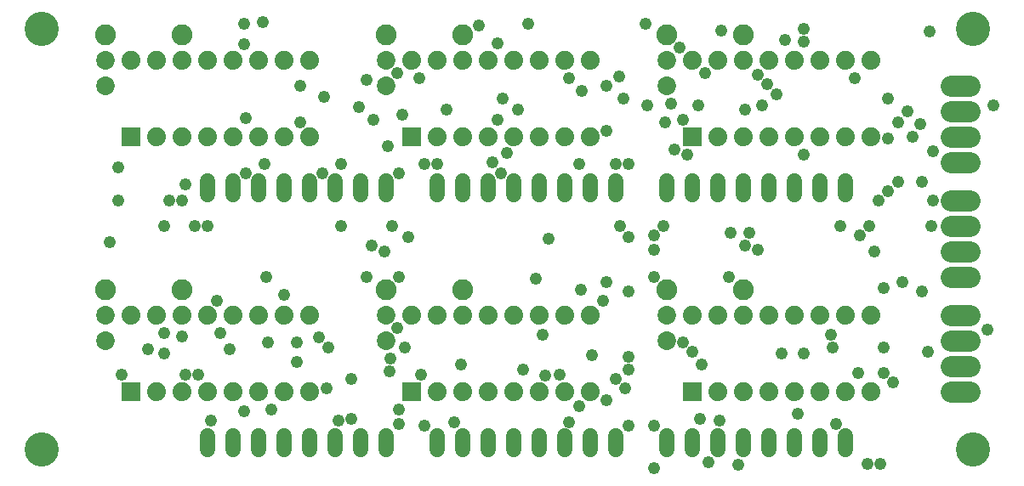
<source format=gts>
G75*
%MOIN*%
%OFA0B0*%
%FSLAX24Y24*%
%IPPOS*%
%LPD*%
%AMOC8*
5,1,8,0,0,1.08239X$1,22.5*
%
%ADD10C,0.1340*%
%ADD11C,0.0730*%
%ADD12R,0.0740X0.0740*%
%ADD13C,0.0740*%
%ADD14C,0.0820*%
%ADD15C,0.0600*%
%ADD16C,0.0820*%
%ADD17C,0.0480*%
D10*
X001650Y001650D03*
X001650Y018150D03*
X038150Y018150D03*
X038150Y001650D03*
D11*
X026150Y005900D03*
X026150Y006900D03*
X015150Y006900D03*
X015150Y005900D03*
X004150Y005900D03*
X004150Y006900D03*
X004150Y015900D03*
X004150Y016900D03*
X015150Y016900D03*
X015150Y015900D03*
X026150Y015900D03*
X026150Y016900D03*
D12*
X027150Y013900D03*
X016150Y013900D03*
X005150Y013900D03*
X005150Y003900D03*
X016150Y003900D03*
X027150Y003900D03*
D13*
X028150Y003900D03*
X029150Y003900D03*
X030150Y003900D03*
X031150Y003900D03*
X032150Y003900D03*
X033150Y003900D03*
X034150Y003900D03*
X034150Y006900D03*
X033150Y006900D03*
X032150Y006900D03*
X031150Y006900D03*
X030150Y006900D03*
X029150Y006900D03*
X028150Y006900D03*
X027150Y006900D03*
X023150Y006900D03*
X022150Y006900D03*
X021150Y006900D03*
X020150Y006900D03*
X019150Y006900D03*
X018150Y006900D03*
X017150Y006900D03*
X016150Y006900D03*
X012150Y006900D03*
X011150Y006900D03*
X010150Y006900D03*
X009150Y006900D03*
X008150Y006900D03*
X007150Y006900D03*
X006150Y006900D03*
X005150Y006900D03*
X006150Y003900D03*
X007150Y003900D03*
X008150Y003900D03*
X009150Y003900D03*
X010150Y003900D03*
X011150Y003900D03*
X012150Y003900D03*
X017150Y003900D03*
X018150Y003900D03*
X019150Y003900D03*
X020150Y003900D03*
X021150Y003900D03*
X022150Y003900D03*
X023150Y003900D03*
X023150Y013900D03*
X022150Y013900D03*
X021150Y013900D03*
X020150Y013900D03*
X019150Y013900D03*
X018150Y013900D03*
X017150Y013900D03*
X012150Y013900D03*
X011150Y013900D03*
X010150Y013900D03*
X009150Y013900D03*
X008150Y013900D03*
X007150Y013900D03*
X006150Y013900D03*
X006150Y016900D03*
X007150Y016900D03*
X008150Y016900D03*
X009150Y016900D03*
X010150Y016900D03*
X011150Y016900D03*
X012150Y016900D03*
X016150Y016900D03*
X017150Y016900D03*
X018150Y016900D03*
X019150Y016900D03*
X020150Y016900D03*
X021150Y016900D03*
X022150Y016900D03*
X023150Y016900D03*
X027150Y016900D03*
X028150Y016900D03*
X029150Y016900D03*
X030150Y016900D03*
X031150Y016900D03*
X032150Y016900D03*
X033150Y016900D03*
X034150Y016900D03*
X034150Y013900D03*
X033150Y013900D03*
X032150Y013900D03*
X031150Y013900D03*
X030150Y013900D03*
X029150Y013900D03*
X028150Y013900D03*
X005150Y016900D03*
D14*
X004150Y017900D03*
X007150Y017900D03*
X015150Y017900D03*
X018150Y017900D03*
X026150Y017900D03*
X029150Y017900D03*
X029150Y007900D03*
X026150Y007900D03*
X018150Y007900D03*
X015150Y007900D03*
X007150Y007900D03*
X004150Y007900D03*
D15*
X008150Y011640D02*
X008150Y012160D01*
X009150Y012160D02*
X009150Y011640D01*
X010150Y011640D02*
X010150Y012160D01*
X011150Y012160D02*
X011150Y011640D01*
X012150Y011640D02*
X012150Y012160D01*
X013150Y012160D02*
X013150Y011640D01*
X014150Y011640D02*
X014150Y012160D01*
X015150Y012160D02*
X015150Y011640D01*
X017150Y011640D02*
X017150Y012160D01*
X018150Y012160D02*
X018150Y011640D01*
X019150Y011640D02*
X019150Y012160D01*
X020150Y012160D02*
X020150Y011640D01*
X021150Y011640D02*
X021150Y012160D01*
X022150Y012160D02*
X022150Y011640D01*
X023150Y011640D02*
X023150Y012160D01*
X024150Y012160D02*
X024150Y011640D01*
X026150Y011640D02*
X026150Y012160D01*
X027150Y012160D02*
X027150Y011640D01*
X028150Y011640D02*
X028150Y012160D01*
X029150Y012160D02*
X029150Y011640D01*
X030150Y011640D02*
X030150Y012160D01*
X031150Y012160D02*
X031150Y011640D01*
X032150Y011640D02*
X032150Y012160D01*
X033150Y012160D02*
X033150Y011640D01*
X033150Y002160D02*
X033150Y001640D01*
X032150Y001640D02*
X032150Y002160D01*
X031150Y002160D02*
X031150Y001640D01*
X030150Y001640D02*
X030150Y002160D01*
X029150Y002160D02*
X029150Y001640D01*
X028150Y001640D02*
X028150Y002160D01*
X027150Y002160D02*
X027150Y001640D01*
X026150Y001640D02*
X026150Y002160D01*
X024150Y002160D02*
X024150Y001640D01*
X023150Y001640D02*
X023150Y002160D01*
X022150Y002160D02*
X022150Y001640D01*
X021150Y001640D02*
X021150Y002160D01*
X020150Y002160D02*
X020150Y001640D01*
X019150Y001640D02*
X019150Y002160D01*
X018150Y002160D02*
X018150Y001640D01*
X017150Y001640D02*
X017150Y002160D01*
X015150Y002160D02*
X015150Y001640D01*
X014150Y001640D02*
X014150Y002160D01*
X013150Y002160D02*
X013150Y001640D01*
X012150Y001640D02*
X012150Y002160D01*
X011150Y002160D02*
X011150Y001640D01*
X010150Y001640D02*
X010150Y002160D01*
X009150Y002160D02*
X009150Y001640D01*
X008150Y001640D02*
X008150Y002160D01*
D16*
X037280Y003900D02*
X038020Y003900D01*
X038020Y004900D02*
X037280Y004900D01*
X037280Y005900D02*
X038020Y005900D01*
X038020Y006900D02*
X037280Y006900D01*
X037280Y008400D02*
X038020Y008400D01*
X038020Y009400D02*
X037280Y009400D01*
X037280Y010400D02*
X038020Y010400D01*
X038020Y011400D02*
X037280Y011400D01*
X037280Y012900D02*
X038020Y012900D01*
X038020Y013900D02*
X037280Y013900D01*
X037280Y014900D02*
X038020Y014900D01*
X038020Y015900D02*
X037280Y015900D01*
D17*
X038963Y015150D03*
X036088Y014400D03*
X035775Y013900D03*
X034838Y013838D03*
X035213Y014463D03*
X035588Y014900D03*
X034838Y015400D03*
X033525Y016213D03*
X031525Y017650D03*
X031525Y018150D03*
X030775Y017713D03*
X029713Y016338D03*
X030088Y015963D03*
X030463Y015588D03*
X029900Y015150D03*
X029213Y014963D03*
X027400Y015150D03*
X026338Y015213D03*
X026775Y014588D03*
X026088Y014463D03*
X025400Y015150D03*
X024463Y015400D03*
X023775Y015900D03*
X024275Y016275D03*
X022838Y015713D03*
X022338Y016213D03*
X020338Y014963D03*
X019713Y015400D03*
X019525Y014588D03*
X017525Y014963D03*
X015775Y014775D03*
X014650Y014588D03*
X014088Y015088D03*
X012713Y015463D03*
X011775Y015900D03*
X011775Y014463D03*
X009650Y014650D03*
X010400Y012838D03*
X009650Y012463D03*
X007275Y012025D03*
X007150Y011400D03*
X006650Y011400D03*
X006463Y010400D03*
X007650Y010400D03*
X008150Y010400D03*
X004650Y011400D03*
X004650Y012713D03*
X004338Y009775D03*
X008525Y007463D03*
X010463Y008400D03*
X011150Y007713D03*
X008650Y006213D03*
X009025Y005588D03*
X010525Y005838D03*
X011650Y005838D03*
X012525Y006025D03*
X012900Y005650D03*
X011650Y005088D03*
X012838Y004025D03*
X013775Y004400D03*
X015275Y004713D03*
X015338Y005213D03*
X015900Y005650D03*
X015588Y006400D03*
X018088Y004963D03*
X016525Y004588D03*
X015650Y003213D03*
X015650Y002650D03*
X016650Y002588D03*
X017838Y002713D03*
X021400Y004525D03*
X021963Y004588D03*
X023213Y005338D03*
X024650Y005275D03*
X024650Y004775D03*
X024150Y004400D03*
X024525Y004025D03*
X023775Y003588D03*
X022713Y003338D03*
X022338Y002713D03*
X024650Y002588D03*
X025650Y002588D03*
X027463Y002838D03*
X028213Y002775D03*
X031275Y003025D03*
X032775Y002650D03*
X034025Y001088D03*
X034525Y001088D03*
X028963Y001025D03*
X027775Y001150D03*
X025650Y000900D03*
X020525Y004775D03*
X021275Y006150D03*
X023650Y007463D03*
X022775Y007900D03*
X023775Y008213D03*
X024650Y007838D03*
X025650Y008400D03*
X025650Y009463D03*
X025650Y010025D03*
X026025Y010400D03*
X024650Y009963D03*
X024338Y010400D03*
X021525Y009900D03*
X021025Y008338D03*
X016025Y009963D03*
X015400Y010400D03*
X014588Y009650D03*
X015088Y009400D03*
X015650Y008400D03*
X014400Y008400D03*
X013400Y010400D03*
X012650Y012463D03*
X013400Y012838D03*
X015213Y013525D03*
X016650Y012838D03*
X017150Y012838D03*
X015650Y012463D03*
X019338Y012900D03*
X019900Y013275D03*
X019650Y012463D03*
X022713Y012838D03*
X024150Y012838D03*
X024650Y012838D03*
X026463Y013400D03*
X026963Y013213D03*
X023775Y014150D03*
X027650Y016400D03*
X026650Y017400D03*
X028275Y018088D03*
X025338Y018338D03*
X020713Y018338D03*
X019525Y017588D03*
X018775Y018275D03*
X015588Y016400D03*
X016463Y016213D03*
X014400Y016150D03*
X010338Y018400D03*
X009588Y018338D03*
X009588Y017525D03*
X028650Y010150D03*
X029400Y010150D03*
X029213Y009650D03*
X029713Y009463D03*
X028588Y008400D03*
X032588Y006150D03*
X032650Y005650D03*
X031525Y005400D03*
X030650Y005400D03*
X027525Y004963D03*
X027150Y005463D03*
X026775Y005838D03*
X033650Y004650D03*
X034650Y004650D03*
X035025Y004275D03*
X036400Y005463D03*
X034650Y005650D03*
X036150Y007838D03*
X035400Y008213D03*
X034650Y007963D03*
X034275Y009400D03*
X033713Y010025D03*
X034088Y010400D03*
X032963Y010400D03*
X034463Y011400D03*
X034838Y011775D03*
X035213Y012150D03*
X036150Y012150D03*
X036588Y011400D03*
X036525Y010400D03*
X031525Y013213D03*
X036588Y013338D03*
X036463Y018025D03*
X038713Y006338D03*
X013775Y002838D03*
X013275Y002775D03*
X010650Y003213D03*
X009588Y003150D03*
X008275Y002775D03*
X007775Y004588D03*
X007275Y004588D03*
X006463Y005400D03*
X005838Y005588D03*
X006463Y006213D03*
X007150Y006088D03*
X004775Y004588D03*
M02*

</source>
